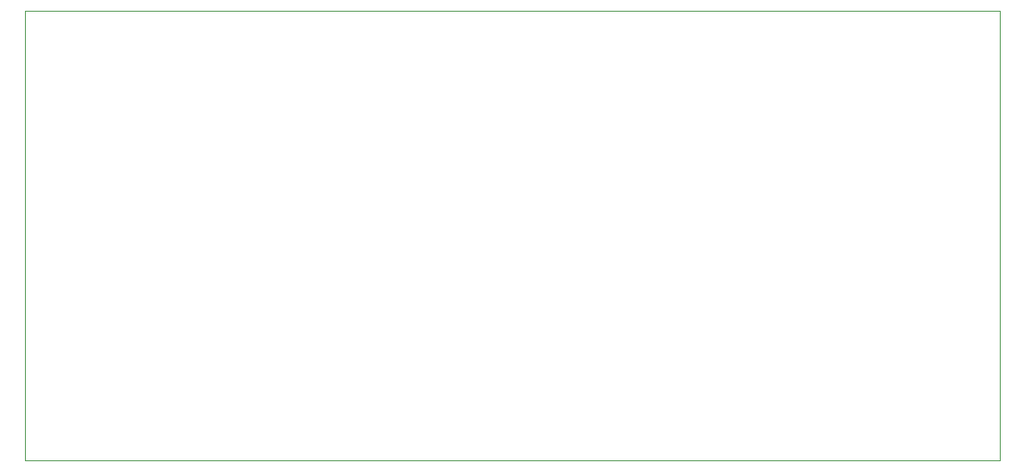
<source format=gbr>
G04 #@! TF.GenerationSoftware,KiCad,Pcbnew,(5.1.4)-1*
G04 #@! TF.CreationDate,2020-02-04T14:44:49-05:00*
G04 #@! TF.ProjectId,CellMan,43656c6c-4d61-46e2-9e6b-696361645f70,2.0*
G04 #@! TF.SameCoordinates,Original*
G04 #@! TF.FileFunction,Profile,NP*
%FSLAX46Y46*%
G04 Gerber Fmt 4.6, Leading zero omitted, Abs format (unit mm)*
G04 Created by KiCad (PCBNEW (5.1.4)-1) date 2020-02-04 14:44:49*
%MOMM*%
%LPD*%
G04 APERTURE LIST*
%ADD10C,0.050000*%
G04 APERTURE END LIST*
D10*
X191033400Y-81280000D02*
X191033400Y-127000000D01*
X91973400Y-81280000D02*
X191033400Y-81280000D01*
X91973400Y-127000000D02*
X191033400Y-127000000D01*
X91973400Y-81280000D02*
X91973400Y-127000000D01*
M02*

</source>
